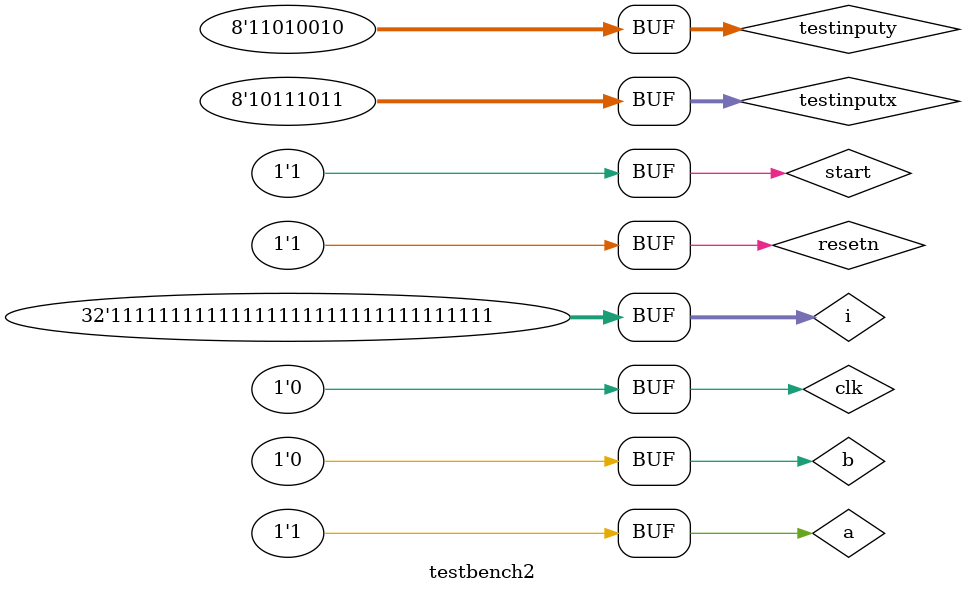
<source format=v>
module testbench2();
reg a, b, clk, start, resetn;
wire [7:0]sum;
wire done, c;
reg [7:0] testinputx, testinputy;
integer i;
serial_adder ut(.ain(a), .bin(b), .clk(clk), .start(start), .resetn(resetn),.sum(sum), .done(done), .c(c));
initial
begin
//giving starting default values
	a=0; b=0; start=1; clk=0;
//setting teh module at reset.
	resetn=1; #1; resetn=0; #1; resetn=1;
//input values for x and y, from left to right.
	testinputx = 8'b10111011;
	testinputy = 8'b11010010; 
//cyclic inputs x and y transversing the above values.
	for( i=7; i>=0; i=i-1)begin
		a = testinputx[i];
		b = testinputy[i];
		clk =1; #20;
		clk =0; #20;		
	end
//additional cycles for computing the adder result.
	for( i=8; i>=0; i=i-1)begin
		clk =1; #20;
		clk =0; #20;		
	end
end
endmodule
</source>
